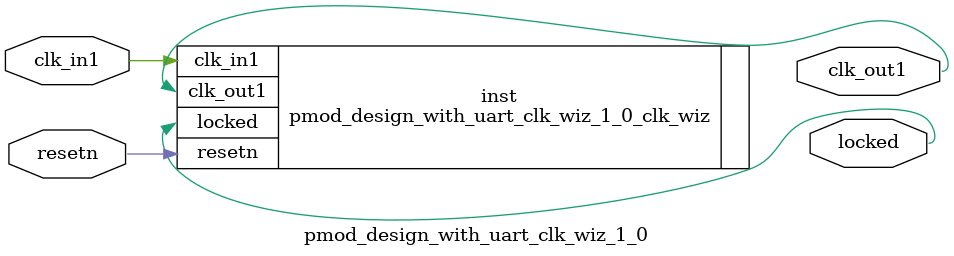
<source format=v>


`timescale 1ps/1ps

(* CORE_GENERATION_INFO = "pmod_design_with_uart_clk_wiz_1_0,clk_wiz_v6_0_12_0_0,{component_name=pmod_design_with_uart_clk_wiz_1_0,use_phase_alignment=true,use_min_o_jitter=false,use_max_i_jitter=false,use_dyn_phase_shift=false,use_inclk_switchover=false,use_dyn_reconfig=false,enable_axi=0,feedback_source=FDBK_AUTO,PRIMITIVE=MMCM,num_out_clk=1,clkin1_period=10.000,clkin2_period=10.000,use_power_down=false,use_reset=true,use_locked=true,use_inclk_stopped=false,feedback_type=SINGLE,CLOCK_MGR_TYPE=NA,manual_override=false}" *)

module pmod_design_with_uart_clk_wiz_1_0 
 (
  // Clock out ports
  output        clk_out1,
  // Status and control signals
  input         resetn,
  output        locked,
 // Clock in ports
  input         clk_in1
 );

  pmod_design_with_uart_clk_wiz_1_0_clk_wiz inst
  (
  // Clock out ports  
  .clk_out1(clk_out1),
  // Status and control signals               
  .resetn(resetn), 
  .locked(locked),
 // Clock in ports
  .clk_in1(clk_in1)
  );

endmodule

</source>
